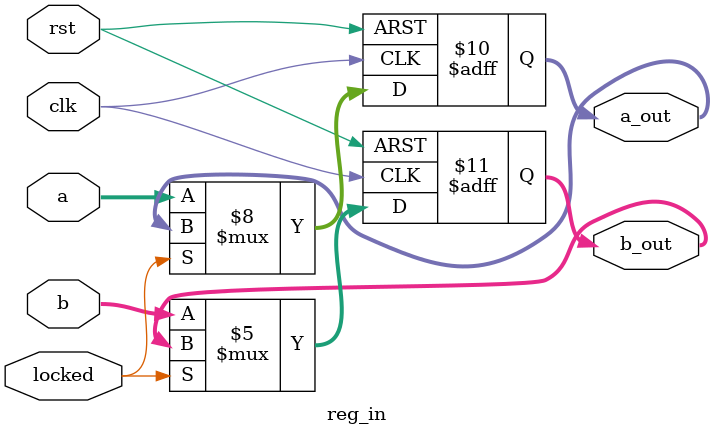
<source format=v>
`timescale 10ns/10ps

module reg_in(
	input 		 clk,rst,locked,
	input 	   [7:0] a,b,
	output reg [7:0] a_out,b_out
);

	always@(posedge clk or negedge rst)begin
		if(!rst) begin a_out <= 8'b0;
			       b_out <= 8'b0;
			 end
		else if(locked == 1'b1)
			begin
				a_out<=a_out;
				b_out<=b_out;
			end
		else  	begin 
			       a_out<=a;
			       b_out<=b;
		end
	end



endmodule 

</source>
